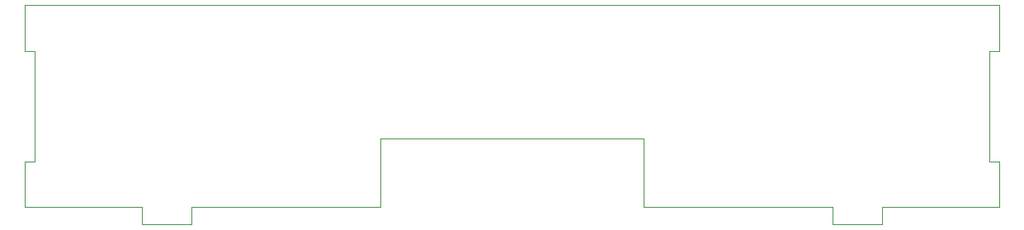
<source format=gm1>
G04 #@! TF.GenerationSoftware,KiCad,Pcbnew,(5.1.8)-1*
G04 #@! TF.CreationDate,2023-02-02T03:20:21+01:00*
G04 #@! TF.ProjectId,BulkyMIDI-32 Internal Panel,42756c6b-794d-4494-9449-2d333220496e,rev?*
G04 #@! TF.SameCoordinates,Original*
G04 #@! TF.FileFunction,Profile,NP*
%FSLAX46Y46*%
G04 Gerber Fmt 4.6, Leading zero omitted, Abs format (unit mm)*
G04 Created by KiCad (PCBNEW (5.1.8)-1) date 2023-02-02 03:20:21*
%MOMM*%
%LPD*%
G01*
G04 APERTURE LIST*
G04 #@! TA.AperFunction,Profile*
%ADD10C,0.050000*%
G04 #@! TD*
G04 APERTURE END LIST*
D10*
X137251300Y-93000000D02*
X164248700Y-93000000D01*
X137251300Y-93000000D02*
X137251300Y-100000000D01*
X164248700Y-100000000D02*
X164248700Y-93000000D01*
X101800000Y-95320000D02*
X100750000Y-95320000D01*
X100750000Y-95320000D02*
X100750000Y-100000000D01*
X200750000Y-83980000D02*
X200750000Y-79300000D01*
X199700000Y-83980000D02*
X200750000Y-83980000D01*
X199700000Y-95320000D02*
X200750000Y-95320000D01*
X200750000Y-100000000D02*
X200750000Y-95320000D01*
X199700000Y-100000000D02*
X200750000Y-100000000D01*
X101800000Y-83980000D02*
X100750000Y-83980000D01*
X100750000Y-79300000D02*
X100750000Y-83980000D01*
X101800000Y-79300000D02*
X100750000Y-79300000D01*
X178690000Y-79300000D02*
X200750000Y-79300000D01*
X173610000Y-79300000D02*
X150750000Y-79300000D01*
X127890000Y-79300000D02*
X150750000Y-79300000D01*
X122810000Y-79300000D02*
X101800000Y-79300000D01*
X178690000Y-79300000D02*
X173610000Y-79300000D01*
X127890000Y-79300000D02*
X122810000Y-79300000D01*
X183610000Y-100000000D02*
X164248700Y-100000000D01*
X117890000Y-100000000D02*
X137251300Y-100000000D01*
X188690000Y-100000000D02*
X188690000Y-101800000D01*
X183610000Y-100000000D02*
X183610000Y-101800000D01*
X183610000Y-101800000D02*
X188690000Y-101800000D01*
X117890000Y-100000000D02*
X117890000Y-101800000D01*
X112810000Y-100000000D02*
X112810000Y-101800000D01*
X112810000Y-101800000D02*
X117890000Y-101800000D01*
X100750000Y-100000000D02*
X112810000Y-100000000D01*
X101800000Y-83980000D02*
X101800000Y-95320000D01*
X199700000Y-95320000D02*
X199700000Y-83980000D01*
X188690000Y-100000000D02*
X199700000Y-100000000D01*
M02*

</source>
